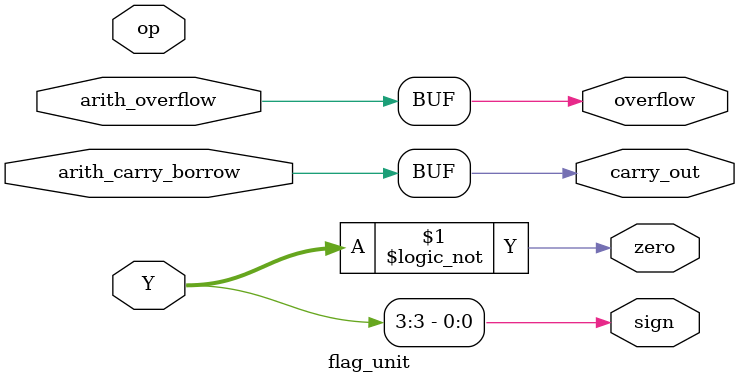
<source format=v>
`timescale 1ns / 1ps

module flag_unit(
    input  [3:0] Y,
    input        arith_carry_borrow,
    input        arith_overflow,
    input  [2:0] op,
    output       carry_out,
    output       zero,
    output       sign,
    output       overflow
);
    assign zero  = (Y == 4'b0000);
    assign sign  = Y[3];
    assign carry_out = arith_carry_borrow;
    assign overflow  = arith_overflow;
endmodule

</source>
